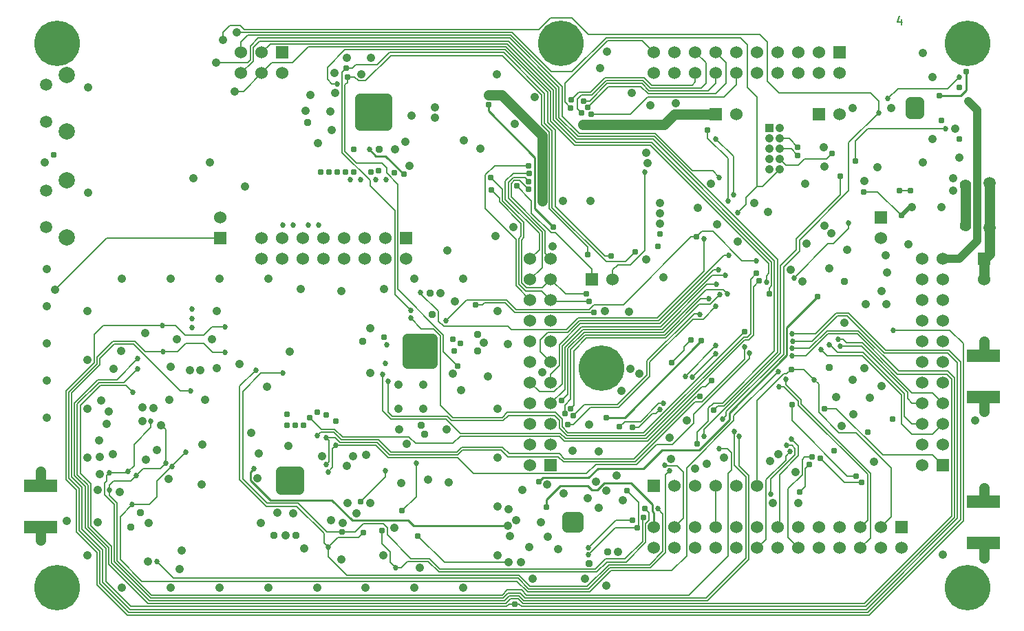
<source format=gbl>
G04 (created by PCBNEW (2013-07-24 BZR 4024)-stable) date Thu Dec 12 22:01:32 2013*
%MOIN*%
G04 Gerber Fmt 3.4, Leading zero omitted, Abs format*
%FSLAX34Y34*%
G01*
G70*
G90*
G04 APERTURE LIST*
%ADD10C,0.00590551*%
%ADD11C,0.007*%
%ADD12R,0.06X0.06*%
%ADD13C,0.06*%
%ADD14C,0.0590551*%
%ADD15C,0.0551181*%
%ADD16C,0.0787402*%
%ADD17C,0.025*%
%ADD18R,0.042X0.042*%
%ADD19C,0.042*%
%ADD20R,0.16X0.06*%
%ADD21C,0.023622*%
%ADD22C,0.0230315*%
%ADD23C,0.220472*%
%ADD24C,0.031*%
%ADD25C,0.027*%
%ADD26C,0.037*%
%ADD27C,0.008*%
%ADD28C,0.01*%
%ADD29C,0.05*%
%ADD30C,0.02*%
%ADD31C,0.04*%
G04 APERTURE END LIST*
G54D10*
G54D11*
X66099Y-39777D02*
X66099Y-40043D01*
X66004Y-39624D02*
X65909Y-39910D01*
X66156Y-39910D01*
G54D12*
X68122Y-61397D03*
G54D13*
X67122Y-61397D03*
X68122Y-60397D03*
X67122Y-60397D03*
X68122Y-59397D03*
X67122Y-59397D03*
X68122Y-58397D03*
X67122Y-58397D03*
X68122Y-57397D03*
X67122Y-57397D03*
X68122Y-56397D03*
X67122Y-56397D03*
X68122Y-55397D03*
X67122Y-55397D03*
X68122Y-54397D03*
X67122Y-54397D03*
X68122Y-53397D03*
X67122Y-53397D03*
X68122Y-52397D03*
X67122Y-52397D03*
X68122Y-51397D03*
X67122Y-51397D03*
G54D14*
X70374Y-49901D03*
X70374Y-47736D03*
G54D15*
X69204Y-49799D03*
X69204Y-47838D03*
G54D14*
X24685Y-48090D03*
X24685Y-49862D03*
G54D16*
X25665Y-50356D03*
X25665Y-47596D03*
G54D17*
X40510Y-44276D03*
X40510Y-44925D03*
X39860Y-44925D03*
X39860Y-44276D03*
X39860Y-43626D03*
X40510Y-43626D03*
X41159Y-43626D03*
X41159Y-44276D03*
X41159Y-44925D03*
X42775Y-55865D03*
X42775Y-56455D03*
X42184Y-56455D03*
X42184Y-55865D03*
X42184Y-55274D03*
X42775Y-55274D03*
X43365Y-55274D03*
X43365Y-55865D03*
X43365Y-56455D03*
G54D12*
X54122Y-62397D03*
G54D13*
X55122Y-62397D03*
X56122Y-62397D03*
X57122Y-62397D03*
X58122Y-62397D03*
X59122Y-62397D03*
G54D18*
X59709Y-45065D03*
G54D19*
X60209Y-45065D03*
X59709Y-45565D03*
X60209Y-45565D03*
X59709Y-46065D03*
X60209Y-46065D03*
X59709Y-46565D03*
X60209Y-46565D03*
X59709Y-47065D03*
X60209Y-47065D03*
G54D20*
X70066Y-56086D03*
X70066Y-58086D03*
X24422Y-64385D03*
X24422Y-62385D03*
X70066Y-63173D03*
X70066Y-65173D03*
G54D12*
X63122Y-41397D03*
G54D13*
X63122Y-42397D03*
X62122Y-41397D03*
X62122Y-42397D03*
X61122Y-41397D03*
X61122Y-42397D03*
X60122Y-41397D03*
X60122Y-42397D03*
X59122Y-41397D03*
X59122Y-42397D03*
X58122Y-41397D03*
X58122Y-42397D03*
X57122Y-41397D03*
X57122Y-42397D03*
X56122Y-41397D03*
X56122Y-42397D03*
X55122Y-41397D03*
X55122Y-42397D03*
X54122Y-41397D03*
X54122Y-42397D03*
G54D21*
X36464Y-62111D03*
X36464Y-61678D03*
X36897Y-61678D03*
X36897Y-62111D03*
X36897Y-62544D03*
X36464Y-62544D03*
X36031Y-62544D03*
X36031Y-62111D03*
X36031Y-61678D03*
X50184Y-64144D03*
X49924Y-64403D03*
X49924Y-63884D03*
X50444Y-63884D03*
X50444Y-64403D03*
G54D12*
X33122Y-50397D03*
G54D13*
X33122Y-49397D03*
G54D12*
X57122Y-44397D03*
G54D13*
X58122Y-44397D03*
G54D12*
X62122Y-44397D03*
G54D13*
X63122Y-44397D03*
G54D22*
X66744Y-44075D03*
X66547Y-44370D03*
X66940Y-44370D03*
X66940Y-43780D03*
X66547Y-43780D03*
G54D14*
X24685Y-42972D03*
X24685Y-44744D03*
G54D16*
X25665Y-45238D03*
X25665Y-42478D03*
G54D12*
X66122Y-64397D03*
G54D13*
X66122Y-65397D03*
X65122Y-64397D03*
X65122Y-65397D03*
X64122Y-64397D03*
X64122Y-65397D03*
X63122Y-64397D03*
X63122Y-65397D03*
X62122Y-64397D03*
X62122Y-65397D03*
X61122Y-64397D03*
X61122Y-65397D03*
X60122Y-64397D03*
X60122Y-65397D03*
X59122Y-64397D03*
X59122Y-65397D03*
X58122Y-64397D03*
X58122Y-65397D03*
X57122Y-64397D03*
X57122Y-65397D03*
X56122Y-64397D03*
X56122Y-65397D03*
X55122Y-64397D03*
X55122Y-65397D03*
X54122Y-64397D03*
X54122Y-65397D03*
G54D12*
X36122Y-41397D03*
G54D13*
X36122Y-42397D03*
X35122Y-41397D03*
X35122Y-42397D03*
X34122Y-41397D03*
X34122Y-42397D03*
G54D12*
X65122Y-49397D03*
G54D13*
X65122Y-50397D03*
G54D12*
X70122Y-51397D03*
G54D13*
X70122Y-52397D03*
G54D12*
X49122Y-61397D03*
G54D13*
X48122Y-61397D03*
X49122Y-60397D03*
X48122Y-60397D03*
X49122Y-59397D03*
X48122Y-59397D03*
X49122Y-58397D03*
X48122Y-58397D03*
X49122Y-57397D03*
X48122Y-57397D03*
X49122Y-56397D03*
X48122Y-56397D03*
X49122Y-55397D03*
X48122Y-55397D03*
X49122Y-54397D03*
X48122Y-54397D03*
X49122Y-53397D03*
X48122Y-53397D03*
X49122Y-52397D03*
X48122Y-52397D03*
X49122Y-51397D03*
X48122Y-51397D03*
G54D12*
X51122Y-52397D03*
G54D13*
X52122Y-52397D03*
G54D23*
X25196Y-40944D03*
G54D21*
X25196Y-40078D03*
X24330Y-40944D03*
X25196Y-41811D03*
X26062Y-40944D03*
X25807Y-40334D03*
X24586Y-40334D03*
X24586Y-41555D03*
X25807Y-41555D03*
G54D23*
X25196Y-67322D03*
G54D21*
X25196Y-66456D03*
X24330Y-67322D03*
X25196Y-68188D03*
X26062Y-67322D03*
X25807Y-66712D03*
X24586Y-66712D03*
X24586Y-67933D03*
X25807Y-67933D03*
G54D23*
X69291Y-67322D03*
G54D21*
X69291Y-66456D03*
X68425Y-67322D03*
X69291Y-68188D03*
X70157Y-67322D03*
X69901Y-66712D03*
X68681Y-66712D03*
X68681Y-67933D03*
X69901Y-67933D03*
G54D23*
X69291Y-40944D03*
G54D21*
X69291Y-40078D03*
X68425Y-40944D03*
X69291Y-41811D03*
X70157Y-40944D03*
X69901Y-40334D03*
X68681Y-40334D03*
X68681Y-41555D03*
X69901Y-41555D03*
G54D23*
X49606Y-40944D03*
G54D21*
X49606Y-40078D03*
X48740Y-40944D03*
X49606Y-41811D03*
X50472Y-40944D03*
X50216Y-40334D03*
X48996Y-40334D03*
X48996Y-41555D03*
X50216Y-41555D03*
G54D23*
X51574Y-56692D03*
G54D21*
X51574Y-55826D03*
X50708Y-56692D03*
X51574Y-57559D03*
X52440Y-56692D03*
X52185Y-56082D03*
X50964Y-56082D03*
X50964Y-57303D03*
X52185Y-57303D03*
G54D12*
X42122Y-50397D03*
G54D13*
X42122Y-51397D03*
X41122Y-50397D03*
X41122Y-51397D03*
X40122Y-50397D03*
X40122Y-51397D03*
X39122Y-50397D03*
X39122Y-51397D03*
X38122Y-50397D03*
X38122Y-51397D03*
X37122Y-50397D03*
X37122Y-51397D03*
X36122Y-50397D03*
X36122Y-51397D03*
X35122Y-50397D03*
X35122Y-51397D03*
G54D24*
X42690Y-64830D03*
X47360Y-68120D03*
G54D19*
X47082Y-66107D03*
G54D25*
X60792Y-55737D03*
X29111Y-56231D03*
X28874Y-57844D03*
X58252Y-59997D03*
X30050Y-66064D03*
X54887Y-61667D03*
X57282Y-47447D03*
G54D19*
X48702Y-48587D03*
X48700Y-45410D03*
G54D24*
X50672Y-44897D03*
G54D19*
X46100Y-43450D03*
G54D25*
X34750Y-61560D03*
G54D19*
X47052Y-64337D03*
G54D24*
X50102Y-43697D03*
X50602Y-44327D03*
X50692Y-43747D03*
X50892Y-44067D03*
X51082Y-44397D03*
X48042Y-48027D03*
X48042Y-46877D03*
X48062Y-47267D03*
X48052Y-47647D03*
X50972Y-53457D03*
X46232Y-48047D03*
X50832Y-53107D03*
X46192Y-47447D03*
G54D25*
X53662Y-47207D03*
G54D24*
X47462Y-47867D03*
X54990Y-56410D03*
X55920Y-55320D03*
X66002Y-48077D03*
X66532Y-48077D03*
G54D19*
X33232Y-40777D03*
G54D25*
X57442Y-59167D03*
X64994Y-44325D03*
G54D24*
X50082Y-44087D03*
G54D25*
X63044Y-55288D03*
X63150Y-55634D03*
X62192Y-55787D03*
X62605Y-55556D03*
G54D24*
X62042Y-53227D03*
X48542Y-62187D03*
G54D25*
X60182Y-57577D03*
X55982Y-57117D03*
X57092Y-56007D03*
X55642Y-57087D03*
X57122Y-55607D03*
X60512Y-57227D03*
G54D24*
X61782Y-61007D03*
G54D25*
X60774Y-60131D03*
X59772Y-62807D03*
X60542Y-60437D03*
X60712Y-60727D03*
G54D24*
X59692Y-53097D03*
G54D19*
X33802Y-43277D03*
G54D25*
X59572Y-52537D03*
G54D24*
X56212Y-60357D03*
X57022Y-58717D03*
G54D19*
X32892Y-41897D03*
G54D25*
X54652Y-61392D03*
G54D24*
X69250Y-42335D03*
X67934Y-43505D03*
G54D19*
X33912Y-40427D03*
G54D25*
X61882Y-57257D03*
G54D24*
X60762Y-56747D03*
G54D25*
X58186Y-49143D03*
X56352Y-54077D03*
G54D24*
X50202Y-58997D03*
G54D25*
X57742Y-51227D03*
X57252Y-51917D03*
X57132Y-52637D03*
X57322Y-53117D03*
G54D24*
X50062Y-58647D03*
X49792Y-58907D03*
G54D25*
X56764Y-53336D03*
X57122Y-53707D03*
G54D24*
X49942Y-59437D03*
G54D25*
X57562Y-52177D03*
G54D24*
X49642Y-58257D03*
G54D25*
X57662Y-53077D03*
X57959Y-48308D03*
X57122Y-45577D03*
G54D24*
X56722Y-45147D03*
G54D25*
X57691Y-48577D03*
G54D24*
X63900Y-61910D03*
X60800Y-58460D03*
X64170Y-62210D03*
X62172Y-61047D03*
X61170Y-62700D03*
X61632Y-61357D03*
X61079Y-45975D03*
X62742Y-46287D03*
X61082Y-46387D03*
X62358Y-58646D03*
G54D19*
X66592Y-48894D03*
G54D24*
X66106Y-49301D03*
X64262Y-48147D03*
G54D25*
X69324Y-43748D03*
X56545Y-59976D03*
G54D24*
X63132Y-47387D03*
G54D25*
X57282Y-60597D03*
G54D19*
X30250Y-59450D03*
G54D25*
X27744Y-62604D03*
X29035Y-61889D03*
X30464Y-61304D03*
G54D24*
X48902Y-63417D03*
G54D25*
X38765Y-42911D03*
G54D24*
X52052Y-51267D03*
X45460Y-53640D03*
X51202Y-53987D03*
G54D25*
X40335Y-46101D03*
G54D24*
X41992Y-47287D03*
X49232Y-49847D03*
X46100Y-43930D03*
G54D19*
X50770Y-66890D03*
X48240Y-66890D03*
X49192Y-50777D03*
G54D24*
X54422Y-50197D03*
G54D19*
X44094Y-50984D03*
X68922Y-46497D03*
G54D24*
X62832Y-60687D03*
X64472Y-59807D03*
G54D19*
X68052Y-48894D03*
X68622Y-48077D03*
X68622Y-47487D03*
X51032Y-48607D03*
X44160Y-62230D03*
G54D24*
X38254Y-58961D03*
G54D19*
X36488Y-55898D03*
X27342Y-58267D03*
X32244Y-60404D03*
X27165Y-64173D03*
X35064Y-64191D03*
X41009Y-65768D03*
X41785Y-59665D03*
X44065Y-59665D03*
X46555Y-65748D03*
X31802Y-47497D03*
X53052Y-43362D03*
X52960Y-56730D03*
X37827Y-45787D03*
X37252Y-44232D03*
X40412Y-41667D03*
X68122Y-65717D03*
X69672Y-59227D03*
X52382Y-65607D03*
X64322Y-47627D03*
X51432Y-60737D03*
X50182Y-60697D03*
X50982Y-59437D03*
X26722Y-48187D03*
X25680Y-64100D03*
X27165Y-62598D03*
X26673Y-56299D03*
X26673Y-58661D03*
X26673Y-61023D03*
X24420Y-61700D03*
X26673Y-65748D03*
X39050Y-64200D03*
X47047Y-55511D03*
X44881Y-67322D03*
X42519Y-67322D03*
X40157Y-67322D03*
X28346Y-67322D03*
X30708Y-67322D03*
X37795Y-67322D03*
X35433Y-67322D03*
X33070Y-67322D03*
X46062Y-57086D03*
X46555Y-53937D03*
X37007Y-52854D03*
X44881Y-52362D03*
X41043Y-52854D03*
X46555Y-63385D03*
X46555Y-58661D03*
X46555Y-61023D03*
X47070Y-63510D03*
X42519Y-52362D03*
X38976Y-52952D03*
X26673Y-53937D03*
X28346Y-52362D03*
X30708Y-52362D03*
X33070Y-52362D03*
X35433Y-52362D03*
X70122Y-65897D03*
X70122Y-62497D03*
X24722Y-53697D03*
X24722Y-51897D03*
X24722Y-59087D03*
X24722Y-57287D03*
X24722Y-55487D03*
X24622Y-46737D03*
X34312Y-47897D03*
X54932Y-61097D03*
X56672Y-61317D03*
X54412Y-49707D03*
X48952Y-62327D03*
X47742Y-62597D03*
X47452Y-64057D03*
X52532Y-57787D03*
X51732Y-53937D03*
X51802Y-67237D03*
X55172Y-43867D03*
X51292Y-62177D03*
X64790Y-61240D03*
X51822Y-62627D03*
X66442Y-50677D03*
X54412Y-49207D03*
X46442Y-50277D03*
X54862Y-60057D03*
X62358Y-49807D03*
X65327Y-51222D03*
X49484Y-65444D03*
G54D25*
X37882Y-49757D03*
G54D24*
X41532Y-47227D03*
G54D19*
X40390Y-63240D03*
X39540Y-60960D03*
X40160Y-60900D03*
X42150Y-60370D03*
X29480Y-55000D03*
X34920Y-62020D03*
X32390Y-58220D03*
X30650Y-58230D03*
X29870Y-58620D03*
G54D25*
X37380Y-49756D03*
G54D19*
X41874Y-62269D03*
X28311Y-55851D03*
X27931Y-56721D03*
X30701Y-56641D03*
X31130Y-66420D03*
X29650Y-64200D03*
X24448Y-65039D03*
X42065Y-45711D03*
X32951Y-56691D03*
G54D25*
X31751Y-54281D03*
G54D19*
X63744Y-44075D03*
G54D26*
X40015Y-55375D03*
G54D19*
X60979Y-61722D03*
X27594Y-59404D03*
G54D26*
X36764Y-64791D03*
G54D24*
X36354Y-58921D03*
G54D25*
X39900Y-47546D03*
G54D19*
X38964Y-65961D03*
X30034Y-60674D03*
G54D26*
X35714Y-64791D03*
G54D19*
X42290Y-46886D03*
X37184Y-65411D03*
X32194Y-62334D03*
G54D24*
X36354Y-59451D03*
G54D19*
X62711Y-50161D03*
X67144Y-41425D03*
X59741Y-61206D03*
X48084Y-65354D03*
X63461Y-50967D03*
X65363Y-53590D03*
X56241Y-48924D03*
X31001Y-55281D03*
X48330Y-43560D03*
G54D26*
X63348Y-52494D03*
G54D24*
X40400Y-47176D03*
G54D19*
X32951Y-53931D03*
X58165Y-50550D03*
G54D24*
X38704Y-59261D03*
X37154Y-59451D03*
G54D19*
X63206Y-59495D03*
X61297Y-52494D03*
X58964Y-48676D03*
X40365Y-56915D03*
G54D25*
X31751Y-53831D03*
G54D19*
X42769Y-66368D03*
X44475Y-53455D03*
G54D25*
X41130Y-47546D03*
G54D19*
X43505Y-44551D03*
X39225Y-41661D03*
X31651Y-56781D03*
X47360Y-44850D03*
X67144Y-46725D03*
X38635Y-42401D03*
X44775Y-57765D03*
X65398Y-52070D03*
G54D26*
X37335Y-44801D03*
G54D19*
X45875Y-55465D03*
X42925Y-58665D03*
X43160Y-62075D03*
X65151Y-52954D03*
X65151Y-57550D03*
X65594Y-44075D03*
X34964Y-60811D03*
X37485Y-43451D03*
X51850Y-41360D03*
X28254Y-62704D03*
G54D26*
X29234Y-63704D03*
X45575Y-55065D03*
X62591Y-56645D03*
G54D25*
X36650Y-49756D03*
G54D19*
X41529Y-64428D03*
G54D24*
X39560Y-47176D03*
G54D19*
X38474Y-64061D03*
X34614Y-59811D03*
X64585Y-58116D03*
X63355Y-54496D03*
X29324Y-59244D03*
X43775Y-53055D03*
X67594Y-42575D03*
X59880Y-63220D03*
X60731Y-51929D03*
G54D24*
X36754Y-59451D03*
G54D19*
X53731Y-51434D03*
G54D24*
X68894Y-45575D03*
G54D25*
X36150Y-49756D03*
G54D19*
X40365Y-54765D03*
G54D24*
X40760Y-47136D03*
X38360Y-47176D03*
G54D26*
X28774Y-64384D03*
G54D19*
X36264Y-64791D03*
G54D24*
X68044Y-44675D03*
G54D19*
X39704Y-63711D03*
G54D26*
X42855Y-59445D03*
G54D19*
X43505Y-44071D03*
X27284Y-61824D03*
G54D24*
X38760Y-47176D03*
G54D19*
X63772Y-58929D03*
G54D24*
X39160Y-47176D03*
G54D25*
X31751Y-54731D03*
G54D19*
X41725Y-58665D03*
G54D25*
X39400Y-47546D03*
G54D19*
X34048Y-56488D03*
G54D24*
X37804Y-58811D03*
G54D26*
X45585Y-55845D03*
G54D19*
X44900Y-45670D03*
G54D26*
X42995Y-59885D03*
G54D24*
X37960Y-47176D03*
G54D19*
X47669Y-66093D03*
X27244Y-60204D03*
G54D25*
X40630Y-47546D03*
G54D19*
X29494Y-61134D03*
X46500Y-42470D03*
X32151Y-56781D03*
X27284Y-60994D03*
X27894Y-60874D03*
G54D26*
X43275Y-53055D03*
G54D19*
X30604Y-62074D03*
X67594Y-45575D03*
X38054Y-60961D03*
X32701Y-55281D03*
X53800Y-46770D03*
X49710Y-48580D03*
G54D24*
X68894Y-43075D03*
G54D19*
X35388Y-57588D03*
X68694Y-45075D03*
X70122Y-58797D03*
X70122Y-55397D03*
G54D25*
X65692Y-54847D03*
X30301Y-54621D03*
X33351Y-54681D03*
X60812Y-55037D03*
X30351Y-55881D03*
X33351Y-55931D03*
X58502Y-55667D03*
X38240Y-61360D03*
X38254Y-60061D03*
X58742Y-55957D03*
X38334Y-61711D03*
X38700Y-60440D03*
G54D24*
X56332Y-58067D03*
G54D25*
X37804Y-59961D03*
G54D24*
X37452Y-59097D03*
X56912Y-57287D03*
X53662Y-63487D03*
X40952Y-64557D03*
G54D25*
X42600Y-61280D03*
G54D24*
X41922Y-63587D03*
G54D25*
X41607Y-66366D03*
X68904Y-42575D03*
X65444Y-43625D03*
G54D24*
X63862Y-46667D03*
G54D25*
X68224Y-45075D03*
X63531Y-49658D03*
X60906Y-52321D03*
G54D24*
X58522Y-54917D03*
G54D25*
X42330Y-54270D03*
X34838Y-56788D03*
G54D24*
X40052Y-64647D03*
G54D25*
X54292Y-63507D03*
X38342Y-65363D03*
G54D24*
X59062Y-52107D03*
G54D25*
X41240Y-57330D03*
X58002Y-59767D03*
X29754Y-59244D03*
X27744Y-61754D03*
X28644Y-61704D03*
X60802Y-56107D03*
X29091Y-56731D03*
X50942Y-65737D03*
G54D24*
X52442Y-59537D03*
G54D25*
X54582Y-58407D03*
G54D24*
X53292Y-64427D03*
X52792Y-62627D03*
G54D25*
X50934Y-65394D03*
G54D24*
X53082Y-64047D03*
G54D25*
X54402Y-58687D03*
G54D24*
X53072Y-59547D03*
X51792Y-59087D03*
X56410Y-55370D03*
G54D25*
X42820Y-53040D03*
X56538Y-50409D03*
G54D24*
X53223Y-51068D03*
G54D25*
X42330Y-53880D03*
G54D24*
X39212Y-42147D03*
X44602Y-56587D03*
X50912Y-51177D03*
X39268Y-42577D03*
G54D25*
X36128Y-56938D03*
G54D24*
X39020Y-64630D03*
X53622Y-63927D03*
X39892Y-63157D03*
G54D25*
X41100Y-61650D03*
G54D24*
X59222Y-52467D03*
G54D25*
X40960Y-56980D03*
X60132Y-56857D03*
X30784Y-61454D03*
X28834Y-63304D03*
X31434Y-60764D03*
X31660Y-57780D03*
X60842Y-55407D03*
G54D19*
X47142Y-64827D03*
X25122Y-52897D03*
G54D24*
X41055Y-55195D03*
G54D26*
X43385Y-54105D03*
G54D19*
X41560Y-46086D03*
X39945Y-42451D03*
X38682Y-43367D03*
X38427Y-44257D03*
X39260Y-63210D03*
X36404Y-60461D03*
X36654Y-63711D03*
G54D25*
X41105Y-56465D03*
G54D19*
X39254Y-61411D03*
X29600Y-66064D03*
G54D25*
X41175Y-55555D03*
G54D26*
X40810Y-46076D03*
G54D19*
X42925Y-57485D03*
X41725Y-57475D03*
X29344Y-58604D03*
G54D24*
X44435Y-55845D03*
G54D19*
X38515Y-45171D03*
X44375Y-56965D03*
G54D24*
X39560Y-46076D03*
G54D19*
X31250Y-65514D03*
X27704Y-58804D03*
G54D24*
X44375Y-55305D03*
X65682Y-59147D03*
X25032Y-46367D03*
G54D19*
X47300Y-49870D03*
X32602Y-46717D03*
X53392Y-56967D03*
X64367Y-53587D03*
X62942Y-58107D03*
X64932Y-46967D03*
X48722Y-56897D03*
X26722Y-43087D03*
G54D24*
X54302Y-50777D03*
G54D19*
X56112Y-61567D03*
X49734Y-62744D03*
X48652Y-64147D03*
G54D24*
X44725Y-55475D03*
G54D19*
X52918Y-53944D03*
X45700Y-46070D03*
X42362Y-44457D03*
G54D26*
X50984Y-66144D03*
G54D19*
X35864Y-63691D03*
X53950Y-43970D03*
X61110Y-63210D03*
X51432Y-63467D03*
X52612Y-63107D03*
X52322Y-61877D03*
X56872Y-47747D03*
X54412Y-48697D03*
X50910Y-63000D03*
X48980Y-64850D03*
X62362Y-46917D03*
X62342Y-45987D03*
X57514Y-61015D03*
X64302Y-56702D03*
X51500Y-42170D03*
X57167Y-49737D03*
X59635Y-49136D03*
X54579Y-52282D03*
X53750Y-46270D03*
X55711Y-59212D03*
X60130Y-60874D03*
X63737Y-57267D03*
X62622Y-51845D03*
X61509Y-50656D03*
X61438Y-47743D03*
G54D26*
X51884Y-65594D03*
G54D25*
X44025Y-54405D03*
X59070Y-51483D03*
G54D24*
X56182Y-50337D03*
G54D27*
X43967Y-66107D02*
X42690Y-64830D01*
X47082Y-66107D02*
X43967Y-66107D01*
X47707Y-68237D02*
X47590Y-68120D01*
X47360Y-68120D02*
X47590Y-68120D01*
X60792Y-55737D02*
X61634Y-55737D01*
X68682Y-57169D02*
X68682Y-63915D01*
X68350Y-56837D02*
X68682Y-57169D01*
X65958Y-56837D02*
X68350Y-56837D01*
X63998Y-54877D02*
X65958Y-56837D01*
X62494Y-54877D02*
X63998Y-54877D01*
X61634Y-55737D02*
X62494Y-54877D01*
X68682Y-63915D02*
X64360Y-68237D01*
X64360Y-68237D02*
X47707Y-68237D01*
X29111Y-56231D02*
X28095Y-57247D01*
X28787Y-68237D02*
X46990Y-68237D01*
X27559Y-67009D02*
X28787Y-68237D01*
X27559Y-65435D02*
X27559Y-67009D01*
X26559Y-64435D02*
X27559Y-65435D01*
X26559Y-62415D02*
X26559Y-64435D01*
X26049Y-61905D02*
X26559Y-62415D01*
X26049Y-58383D02*
X26049Y-61905D01*
X27186Y-57247D02*
X26049Y-58383D01*
X28095Y-57247D02*
X27186Y-57247D01*
X47360Y-68120D02*
X47107Y-68120D01*
X47107Y-68120D02*
X46990Y-68237D01*
X27302Y-57527D02*
X26330Y-58499D01*
X28557Y-57527D02*
X27302Y-57527D01*
X28874Y-57844D02*
X28557Y-57527D01*
X29672Y-67957D02*
X46874Y-67957D01*
X27839Y-66125D02*
X29672Y-67957D01*
X27839Y-65319D02*
X27839Y-66125D01*
X26840Y-64320D02*
X27839Y-65319D01*
X26840Y-62300D02*
X26840Y-64320D01*
X26330Y-61790D02*
X26840Y-62300D01*
X26330Y-58499D02*
X26330Y-61790D01*
X56710Y-67957D02*
X47823Y-67957D01*
X58712Y-65955D02*
X56710Y-67957D01*
X58252Y-59997D02*
X58252Y-61437D01*
X58252Y-61437D02*
X58712Y-61897D01*
X58712Y-61897D02*
X58712Y-65955D01*
X47111Y-67719D02*
X46874Y-67957D01*
X47585Y-67719D02*
X47111Y-67719D01*
X47823Y-67957D02*
X47585Y-67719D01*
X48055Y-67397D02*
X47527Y-66869D01*
X47527Y-66869D02*
X30855Y-66869D01*
X30855Y-66869D02*
X30050Y-66064D01*
X51984Y-66357D02*
X50944Y-67397D01*
X50944Y-67397D02*
X48055Y-67397D01*
X53950Y-66357D02*
X51984Y-66357D01*
X54682Y-65625D02*
X53950Y-66357D01*
X54682Y-61872D02*
X54682Y-65625D01*
X54887Y-61667D02*
X54682Y-61872D01*
X49660Y-44487D02*
X50500Y-45327D01*
X57282Y-47447D02*
X56966Y-47131D01*
X56966Y-47131D02*
X55988Y-47131D01*
X54184Y-45327D02*
X55988Y-47131D01*
X50500Y-45327D02*
X54184Y-45327D01*
X34442Y-40567D02*
X47183Y-40567D01*
X34442Y-40567D02*
X34122Y-40887D01*
X34122Y-40887D02*
X34122Y-41397D01*
X49660Y-43044D02*
X49660Y-44487D01*
X47183Y-40567D02*
X49660Y-43044D01*
G54D28*
X48702Y-48587D02*
X48700Y-48587D01*
G54D29*
X57122Y-44397D02*
X55122Y-44397D01*
X54622Y-44897D02*
X50672Y-44897D01*
X55122Y-44397D02*
X54622Y-44897D01*
X46740Y-43450D02*
X46100Y-43450D01*
X48700Y-45410D02*
X46740Y-43450D01*
X48700Y-48587D02*
X48700Y-45410D01*
G54D28*
X34572Y-61737D02*
X34572Y-62127D01*
X34572Y-61737D02*
X34750Y-61560D01*
X38522Y-63087D02*
X39502Y-64067D01*
X34572Y-62127D02*
X35532Y-63087D01*
X35532Y-63087D02*
X38522Y-63087D01*
X42212Y-64067D02*
X39502Y-64067D01*
X42482Y-64337D02*
X42212Y-64067D01*
X47052Y-64337D02*
X42482Y-64337D01*
G54D27*
X54006Y-42987D02*
X53646Y-42627D01*
X56122Y-42397D02*
X56122Y-42837D01*
X55972Y-42987D02*
X54006Y-42987D01*
X56122Y-42837D02*
X55972Y-42987D01*
X50472Y-43327D02*
X50102Y-43697D01*
X51038Y-43327D02*
X50472Y-43327D01*
X51738Y-42627D02*
X51038Y-43327D01*
X53646Y-42627D02*
X51738Y-42627D01*
X53948Y-43127D02*
X53588Y-42767D01*
X56122Y-41397D02*
X56632Y-41907D01*
X56392Y-43127D02*
X53948Y-43127D01*
X56632Y-42887D02*
X56392Y-43127D01*
X56632Y-41907D02*
X56632Y-42887D01*
X50412Y-44137D02*
X50602Y-44327D01*
X50412Y-43657D02*
X50412Y-44137D01*
X50602Y-43467D02*
X50412Y-43657D01*
X51096Y-43467D02*
X50602Y-43467D01*
X51796Y-42767D02*
X51096Y-43467D01*
X53588Y-42767D02*
X51796Y-42767D01*
X53890Y-43267D02*
X53530Y-42907D01*
X57122Y-42877D02*
X56732Y-43267D01*
X56732Y-43267D02*
X53890Y-43267D01*
X57122Y-42877D02*
X57122Y-42397D01*
X51014Y-43747D02*
X50692Y-43747D01*
X51854Y-42907D02*
X51014Y-43747D01*
X53530Y-42907D02*
X51854Y-42907D01*
X53832Y-43407D02*
X53472Y-43047D01*
X57622Y-41897D02*
X57622Y-42887D01*
X57622Y-42887D02*
X57102Y-43407D01*
X57102Y-43407D02*
X53832Y-43407D01*
X57622Y-41897D02*
X57122Y-41397D01*
X51912Y-43047D02*
X50892Y-44067D01*
X53472Y-43047D02*
X51912Y-43047D01*
X58122Y-42947D02*
X57522Y-43547D01*
X57522Y-43547D02*
X53812Y-43547D01*
X53812Y-43547D02*
X52962Y-44397D01*
X52962Y-44397D02*
X51082Y-44397D01*
X58122Y-42947D02*
X58122Y-42397D01*
X47622Y-47607D02*
X48042Y-48027D01*
X49122Y-51397D02*
X48842Y-51117D01*
X47352Y-47607D02*
X47622Y-47607D01*
X48842Y-51117D02*
X48842Y-50045D01*
X48842Y-50045D02*
X47202Y-48405D01*
X47202Y-48405D02*
X47202Y-47757D01*
X47202Y-47757D02*
X47352Y-47607D01*
X48122Y-53397D02*
X47432Y-52707D01*
X45932Y-48947D02*
X45932Y-47337D01*
X47432Y-50447D02*
X45932Y-48947D01*
X47432Y-52707D02*
X47432Y-50447D01*
X46392Y-46877D02*
X48042Y-46877D01*
X45932Y-47337D02*
X46392Y-46877D01*
X48562Y-50161D02*
X48562Y-50957D01*
X47296Y-47267D02*
X48062Y-47267D01*
X46922Y-48521D02*
X46922Y-47641D01*
X48562Y-50161D02*
X46922Y-48521D01*
X46922Y-47641D02*
X47296Y-47267D01*
X48562Y-50957D02*
X48122Y-51397D01*
X48122Y-52397D02*
X48702Y-51817D01*
X47294Y-47467D02*
X47872Y-47467D01*
X47872Y-47467D02*
X48052Y-47647D01*
X48702Y-50103D02*
X47062Y-48463D01*
X47062Y-48463D02*
X47062Y-47699D01*
X47062Y-47699D02*
X47294Y-47467D01*
X48702Y-51817D02*
X48702Y-50103D01*
X49182Y-53457D02*
X49122Y-53397D01*
X50972Y-53457D02*
X49182Y-53457D01*
X47572Y-50417D02*
X47682Y-50307D01*
X48672Y-52947D02*
X49122Y-53397D01*
X47894Y-52947D02*
X48672Y-52947D01*
X47572Y-52625D02*
X47894Y-52947D01*
X47572Y-52625D02*
X47572Y-50417D01*
X47682Y-50307D02*
X47682Y-49677D01*
X46642Y-48457D02*
X46232Y-48047D01*
X46642Y-48637D02*
X46642Y-48457D01*
X47682Y-49677D02*
X46642Y-48637D01*
X49832Y-53107D02*
X49122Y-52397D01*
X50832Y-53107D02*
X49832Y-53107D01*
X47712Y-52567D02*
X47712Y-50475D01*
X47952Y-52807D02*
X48712Y-52807D01*
X47952Y-52807D02*
X47712Y-52567D01*
X48712Y-52807D02*
X49122Y-52397D01*
X46782Y-48037D02*
X46192Y-47447D01*
X46782Y-48579D02*
X46782Y-48037D01*
X47822Y-49619D02*
X46782Y-48579D01*
X47822Y-50365D02*
X47822Y-49619D01*
X47712Y-50475D02*
X47822Y-50365D01*
X53662Y-47207D02*
X53662Y-50997D01*
X52122Y-51937D02*
X52122Y-52397D01*
X52382Y-51677D02*
X52122Y-51937D01*
X52982Y-51677D02*
X52382Y-51677D01*
X53662Y-50997D02*
X52982Y-51677D01*
X49352Y-50137D02*
X51122Y-51907D01*
X48189Y-49195D02*
X48189Y-48595D01*
X49132Y-50137D02*
X48189Y-49195D01*
X49352Y-50137D02*
X49132Y-50137D01*
X48189Y-48595D02*
X47462Y-47867D01*
X51122Y-51907D02*
X51122Y-52397D01*
X54990Y-56410D02*
X55570Y-55830D01*
X55570Y-55670D02*
X55920Y-55320D01*
X55570Y-55830D02*
X55570Y-55670D01*
X66532Y-48077D02*
X66002Y-48077D01*
X33232Y-40777D02*
X33232Y-40427D01*
X50946Y-40536D02*
X50130Y-39720D01*
X50130Y-39720D02*
X49100Y-39720D01*
X49100Y-39720D02*
X48532Y-40287D01*
X59241Y-40536D02*
X59612Y-40907D01*
X60172Y-43367D02*
X64602Y-43367D01*
X64602Y-43367D02*
X64994Y-43759D01*
X64994Y-44325D02*
X64994Y-43759D01*
X60172Y-43367D02*
X59612Y-42807D01*
X59612Y-42807D02*
X59612Y-40907D01*
X59241Y-40536D02*
X50946Y-40536D01*
X34262Y-40287D02*
X48532Y-40287D01*
X34072Y-40097D02*
X34262Y-40287D01*
X33562Y-40097D02*
X34072Y-40097D01*
X33232Y-40427D02*
X33562Y-40097D01*
X57442Y-59167D02*
X57622Y-58987D01*
X63556Y-45763D02*
X63556Y-48093D01*
X63556Y-48093D02*
X61161Y-50488D01*
X61161Y-50488D02*
X61161Y-51020D01*
X61161Y-51020D02*
X60396Y-51785D01*
X64994Y-44325D02*
X63556Y-45763D01*
X60396Y-56011D02*
X60396Y-51785D01*
X57622Y-58785D02*
X60396Y-56011D01*
X57622Y-58987D02*
X57622Y-58785D01*
X53541Y-40816D02*
X54122Y-41397D01*
X51873Y-40816D02*
X53541Y-40816D01*
X49800Y-42889D02*
X51873Y-40816D01*
X49800Y-43805D02*
X49800Y-42889D01*
X50082Y-44087D02*
X49800Y-43805D01*
X63044Y-55288D02*
X63270Y-55288D01*
X63270Y-55288D02*
X63454Y-55471D01*
X63454Y-55471D02*
X64196Y-55471D01*
X67622Y-57897D02*
X66622Y-57897D01*
X67622Y-57897D02*
X68122Y-58397D01*
X64196Y-55471D02*
X66622Y-57897D01*
X64160Y-55634D02*
X63150Y-55634D01*
X66392Y-57865D02*
X64160Y-55634D01*
X66392Y-58167D02*
X66392Y-57865D01*
X66622Y-58397D02*
X66392Y-58167D01*
X67122Y-58397D02*
X66622Y-58397D01*
X64217Y-56087D02*
X62491Y-56087D01*
X64217Y-56087D02*
X66112Y-57981D01*
X66112Y-57981D02*
X66112Y-59387D01*
X62491Y-56087D02*
X62192Y-55787D01*
X66112Y-59387D02*
X66622Y-59897D01*
X68122Y-59397D02*
X67622Y-59897D01*
X67622Y-59897D02*
X66622Y-59897D01*
X62605Y-55556D02*
X62648Y-55556D01*
X62648Y-55556D02*
X63015Y-55924D01*
X64252Y-55924D02*
X66252Y-57923D01*
X63015Y-55924D02*
X64252Y-55924D01*
X66252Y-57923D02*
X66252Y-59027D01*
X66252Y-59027D02*
X66622Y-59397D01*
X67122Y-59397D02*
X66622Y-59397D01*
G54D28*
X51392Y-61547D02*
X53622Y-61547D01*
X60546Y-54723D02*
X60546Y-56073D01*
X60546Y-56073D02*
X57772Y-58847D01*
X57772Y-58847D02*
X57772Y-59197D01*
X48542Y-62187D02*
X48732Y-61997D01*
X50942Y-61997D02*
X51392Y-61547D01*
X48732Y-61997D02*
X50942Y-61997D01*
X62042Y-53227D02*
X60546Y-54723D01*
X56312Y-60657D02*
X57772Y-59197D01*
X54512Y-60657D02*
X56312Y-60657D01*
X53622Y-61547D02*
X54512Y-60657D01*
G54D27*
X57092Y-56007D02*
X55982Y-57117D01*
X60412Y-57577D02*
X60182Y-57577D01*
X64122Y-64397D02*
X64462Y-64057D01*
X61112Y-58487D02*
X61112Y-58277D01*
X64462Y-61837D02*
X61112Y-58487D01*
X64462Y-64057D02*
X64462Y-61837D01*
X61112Y-58277D02*
X60412Y-57577D01*
X55642Y-57087D02*
X57122Y-55607D01*
X61252Y-58219D02*
X60512Y-57479D01*
X64602Y-64917D02*
X64602Y-61779D01*
X64602Y-61779D02*
X61252Y-58429D01*
X61252Y-58429D02*
X61252Y-58219D01*
X64122Y-65397D02*
X64602Y-64917D01*
X60512Y-57479D02*
X60512Y-57227D01*
X60622Y-62537D02*
X60622Y-64897D01*
X61122Y-65397D02*
X60622Y-64897D01*
X61300Y-61130D02*
X61300Y-61860D01*
X61300Y-61860D02*
X60622Y-62537D01*
X61422Y-61007D02*
X61300Y-61130D01*
X61782Y-61007D02*
X61422Y-61007D01*
X61113Y-60937D02*
X60202Y-61849D01*
X60202Y-64317D02*
X60122Y-64397D01*
X60202Y-61849D02*
X60202Y-64317D01*
X61113Y-60471D02*
X60774Y-60131D01*
X61113Y-60937D02*
X61113Y-60471D01*
X59772Y-62065D02*
X59772Y-62807D01*
X60951Y-60886D02*
X59772Y-62065D01*
X60951Y-60576D02*
X60951Y-60886D01*
X60812Y-60437D02*
X60951Y-60576D01*
X60542Y-60437D02*
X60812Y-60437D01*
X59532Y-64987D02*
X59122Y-65397D01*
X59532Y-62107D02*
X59532Y-64987D01*
X60497Y-61142D02*
X59532Y-62107D01*
X60497Y-60942D02*
X60497Y-61142D01*
X60712Y-60727D02*
X60497Y-60942D01*
X49240Y-44663D02*
X50324Y-45747D01*
X50324Y-45747D02*
X54010Y-45747D01*
X54010Y-45747D02*
X59816Y-51553D01*
X49240Y-44663D02*
X49240Y-43218D01*
X59692Y-53097D02*
X59692Y-52831D01*
X59692Y-52831D02*
X59816Y-52707D01*
X59816Y-51553D02*
X59816Y-52707D01*
X35122Y-41397D02*
X35532Y-40987D01*
X47009Y-40987D02*
X35532Y-40987D01*
X49240Y-43218D02*
X47009Y-40987D01*
X34242Y-43277D02*
X35122Y-42397D01*
X33802Y-43277D02*
X34242Y-43277D01*
X49100Y-44721D02*
X49100Y-43276D01*
X37382Y-41127D02*
X36612Y-41897D01*
X59676Y-52107D02*
X59676Y-51611D01*
X59572Y-52537D02*
X59572Y-52211D01*
X59572Y-52211D02*
X59676Y-52107D01*
X50266Y-45887D02*
X49100Y-44721D01*
X53952Y-45887D02*
X50266Y-45887D01*
X59676Y-51611D02*
X53952Y-45887D01*
X35622Y-41897D02*
X35122Y-42397D01*
X36612Y-41897D02*
X35622Y-41897D01*
X46951Y-41127D02*
X37382Y-41127D01*
X49100Y-43276D02*
X46951Y-41127D01*
X59956Y-51495D02*
X54068Y-45607D01*
X54068Y-45607D02*
X50382Y-45607D01*
X50382Y-45607D02*
X49380Y-44605D01*
X49380Y-44605D02*
X49380Y-43160D01*
X34702Y-41147D02*
X34702Y-41817D01*
X34702Y-41817D02*
X34122Y-42397D01*
X35002Y-40847D02*
X34702Y-41147D01*
X59956Y-55857D02*
X59956Y-51495D01*
X56212Y-60357D02*
X56212Y-59799D01*
X56212Y-59799D02*
X56752Y-59259D01*
X56752Y-59259D02*
X56752Y-58617D01*
X56752Y-58617D02*
X56991Y-58378D01*
X56991Y-58378D02*
X57435Y-58378D01*
X57435Y-58378D02*
X59956Y-55857D01*
X47067Y-40847D02*
X35002Y-40847D01*
X49380Y-43160D02*
X47067Y-40847D01*
X34424Y-41897D02*
X32892Y-41897D01*
X50440Y-45467D02*
X54126Y-45467D01*
X54126Y-45467D02*
X60096Y-51437D01*
X49520Y-44547D02*
X49520Y-43102D01*
X34944Y-40707D02*
X34562Y-41089D01*
X34562Y-41089D02*
X34562Y-41759D01*
X34562Y-41759D02*
X34424Y-41897D01*
X60096Y-55915D02*
X60096Y-51437D01*
X57493Y-58518D02*
X60096Y-55915D01*
X57221Y-58518D02*
X57493Y-58518D01*
X57022Y-58717D02*
X57221Y-58518D01*
X47125Y-40707D02*
X34944Y-40707D01*
X49520Y-43102D02*
X47125Y-40707D01*
X49520Y-44547D02*
X50440Y-45467D01*
X55122Y-64397D02*
X55552Y-63967D01*
X55552Y-61722D02*
X55552Y-63967D01*
X55242Y-61412D02*
X55552Y-61722D01*
X54672Y-61412D02*
X55242Y-61412D01*
X54652Y-61392D02*
X54672Y-61412D01*
G54D28*
X69250Y-42335D02*
X69250Y-43228D01*
X69250Y-43228D02*
X68973Y-43505D01*
X68973Y-43505D02*
X67934Y-43505D01*
G54D27*
X47241Y-40427D02*
X33912Y-40427D01*
X58291Y-40676D02*
X51815Y-40676D01*
X51815Y-40676D02*
X50153Y-42338D01*
X50153Y-42338D02*
X49151Y-42338D01*
X49151Y-42338D02*
X47241Y-40427D01*
X59102Y-47907D02*
X59102Y-43547D01*
X58632Y-43077D02*
X58632Y-41017D01*
X59102Y-43547D02*
X58632Y-43077D01*
X58632Y-41017D02*
X58291Y-40676D01*
X33912Y-40427D02*
X33912Y-40427D01*
X60762Y-56747D02*
X60549Y-56960D01*
X59122Y-58257D02*
X59122Y-62397D01*
X60419Y-56960D02*
X59122Y-58257D01*
X60549Y-56960D02*
X60419Y-56960D01*
X60762Y-56747D02*
X61372Y-56747D01*
X61372Y-56747D02*
X61882Y-57257D01*
X60209Y-47065D02*
X59367Y-47907D01*
X58582Y-48747D02*
X58186Y-49143D01*
X58582Y-48427D02*
X58582Y-48747D01*
X59102Y-47907D02*
X58582Y-48427D01*
X59367Y-47907D02*
X59102Y-47907D01*
X65622Y-61525D02*
X65622Y-63897D01*
X62092Y-57467D02*
X62092Y-58827D01*
X62092Y-58827D02*
X63082Y-59817D01*
X63082Y-59817D02*
X63914Y-59817D01*
X63914Y-59817D02*
X65622Y-61525D01*
X61882Y-57257D02*
X62092Y-57467D01*
X65622Y-63897D02*
X65122Y-64397D01*
X56066Y-54052D02*
X53780Y-56338D01*
X56326Y-54052D02*
X56352Y-54077D01*
X56066Y-54052D02*
X56326Y-54052D01*
X53780Y-57020D02*
X52350Y-58450D01*
X53780Y-56338D02*
X53780Y-57020D01*
X50749Y-58450D02*
X50202Y-58997D01*
X52350Y-58450D02*
X50749Y-58450D01*
X54335Y-54397D02*
X57505Y-51227D01*
X57505Y-51227D02*
X57742Y-51227D01*
X50498Y-54397D02*
X54335Y-54397D01*
X49936Y-54960D02*
X50498Y-54397D01*
X48969Y-54960D02*
X49936Y-54960D01*
X48969Y-54960D02*
X48620Y-55310D01*
X48620Y-55310D02*
X48620Y-55895D01*
X48620Y-55895D02*
X49122Y-56397D01*
X54393Y-54537D02*
X57013Y-51917D01*
X57013Y-51917D02*
X57252Y-51917D01*
X49529Y-56569D02*
X49529Y-55564D01*
X50556Y-54537D02*
X54393Y-54537D01*
X49529Y-55564D02*
X50556Y-54537D01*
X49122Y-56977D02*
X49529Y-56569D01*
X49122Y-56977D02*
X49122Y-57397D01*
X57132Y-52637D02*
X56689Y-52637D01*
X56689Y-52637D02*
X54509Y-54817D01*
X50672Y-54817D02*
X54509Y-54817D01*
X49810Y-55680D02*
X50672Y-54817D01*
X49810Y-57709D02*
X49810Y-55680D01*
X49122Y-58397D02*
X49810Y-57709D01*
X54682Y-55237D02*
X56315Y-53605D01*
X57322Y-53117D02*
X56834Y-53605D01*
X56834Y-53605D02*
X56315Y-53605D01*
X54682Y-55237D02*
X50846Y-55237D01*
X50230Y-55854D02*
X50230Y-58479D01*
X50846Y-55237D02*
X50230Y-55854D01*
X50230Y-58479D02*
X50062Y-58647D01*
X49792Y-58497D02*
X49792Y-58907D01*
X50090Y-58199D02*
X50090Y-55796D01*
X50090Y-58199D02*
X49792Y-58497D01*
X56386Y-53336D02*
X54624Y-55097D01*
X56764Y-53336D02*
X56386Y-53336D01*
X50788Y-55097D02*
X54624Y-55097D01*
X50090Y-55796D02*
X50788Y-55097D01*
X57122Y-53707D02*
X56510Y-54319D01*
X56510Y-54319D02*
X55997Y-54319D01*
X53920Y-56396D02*
X55997Y-54319D01*
X53920Y-57077D02*
X53920Y-56396D01*
X52407Y-58590D02*
X53920Y-57077D01*
X49942Y-59437D02*
X50202Y-59437D01*
X51049Y-58590D02*
X52407Y-58590D01*
X50202Y-59437D02*
X51049Y-58590D01*
X54451Y-54677D02*
X56951Y-52177D01*
X56951Y-52177D02*
X57562Y-52177D01*
X54451Y-54677D02*
X50614Y-54677D01*
X49670Y-55622D02*
X49670Y-57449D01*
X50614Y-54677D02*
X49670Y-55622D01*
X49670Y-57449D02*
X49282Y-57837D01*
X48562Y-57837D02*
X49282Y-57837D01*
X48122Y-57397D02*
X48562Y-57837D01*
X54567Y-54957D02*
X50730Y-54957D01*
X49950Y-57949D02*
X49642Y-58257D01*
X54567Y-54957D02*
X56647Y-52877D01*
X56647Y-52877D02*
X57462Y-52877D01*
X49950Y-55738D02*
X49950Y-57949D01*
X50730Y-54957D02*
X49950Y-55738D01*
X57462Y-52877D02*
X57662Y-53077D01*
X57959Y-48308D02*
X57959Y-46415D01*
X57959Y-46415D02*
X57122Y-45577D01*
X56722Y-45567D02*
X57691Y-46536D01*
X56722Y-45147D02*
X56722Y-45567D01*
X57691Y-48577D02*
X57691Y-46536D01*
X63470Y-61910D02*
X63900Y-61910D01*
X60800Y-59240D02*
X63470Y-61910D01*
X60800Y-58460D02*
X60800Y-59240D01*
X63334Y-62210D02*
X64170Y-62210D01*
X62172Y-61047D02*
X63334Y-62210D01*
X61440Y-62429D02*
X61170Y-62700D01*
X61440Y-61549D02*
X61440Y-62429D01*
X61632Y-61357D02*
X61440Y-61549D01*
X60669Y-45565D02*
X60209Y-45565D01*
X61079Y-45975D02*
X60669Y-45565D01*
X62742Y-46287D02*
X62462Y-46567D01*
X62462Y-46567D02*
X61402Y-46567D01*
X61402Y-46567D02*
X61112Y-46857D01*
X61112Y-46857D02*
X60501Y-46857D01*
X60209Y-46565D02*
X60501Y-46857D01*
X60760Y-46065D02*
X61082Y-46387D01*
X60209Y-46065D02*
X60760Y-46065D01*
X57122Y-62397D02*
X57122Y-64397D01*
G54D29*
X70122Y-51397D02*
X70122Y-52397D01*
X70374Y-49901D02*
X70374Y-51145D01*
X70374Y-51145D02*
X70122Y-51397D01*
X69204Y-47838D02*
X69204Y-49799D01*
X70374Y-49901D02*
X70374Y-47736D01*
G54D27*
X62358Y-58646D02*
X62941Y-58646D01*
X67622Y-60897D02*
X68122Y-61397D01*
X65192Y-60897D02*
X67622Y-60897D01*
X62941Y-58646D02*
X65192Y-60897D01*
G54D30*
X66592Y-48894D02*
X66513Y-48894D01*
X66513Y-48894D02*
X66106Y-49301D01*
G54D27*
X66106Y-49301D02*
X64952Y-48147D01*
X64952Y-48147D02*
X64262Y-48147D01*
G54D31*
X68122Y-51397D02*
X68897Y-51397D01*
X69783Y-44208D02*
X69324Y-43748D01*
X69783Y-50511D02*
X69783Y-44208D01*
X68897Y-51397D02*
X69783Y-50511D01*
G54D27*
X60236Y-51719D02*
X60236Y-55973D01*
X61001Y-50422D02*
X61001Y-50954D01*
X61001Y-50954D02*
X60236Y-51719D01*
X56545Y-59976D02*
X56545Y-59663D01*
X60236Y-55973D02*
X56545Y-59663D01*
X63132Y-48291D02*
X61001Y-50422D01*
X63132Y-47387D02*
X63132Y-48291D01*
X27744Y-62604D02*
X27744Y-62864D01*
X47939Y-67677D02*
X47701Y-67439D01*
X47701Y-67439D02*
X46995Y-67439D01*
X46995Y-67439D02*
X46758Y-67677D01*
X57692Y-61807D02*
X57692Y-65797D01*
X57862Y-61637D02*
X57692Y-61807D01*
X57862Y-60787D02*
X57862Y-61637D01*
X57672Y-60597D02*
X57862Y-60787D01*
X57282Y-60597D02*
X57672Y-60597D01*
X57692Y-65797D02*
X55812Y-67677D01*
X55812Y-67677D02*
X47939Y-67677D01*
X29787Y-67677D02*
X46758Y-67677D01*
X28119Y-66009D02*
X29787Y-67677D01*
X28119Y-63239D02*
X28119Y-66009D01*
X27744Y-62864D02*
X28119Y-63239D01*
X30464Y-59664D02*
X30250Y-59450D01*
X30464Y-59664D02*
X30464Y-61304D01*
X27744Y-62604D02*
X27744Y-62373D01*
X28759Y-62165D02*
X29035Y-61889D01*
X27952Y-62165D02*
X28759Y-62165D01*
X27744Y-62373D02*
X27952Y-62165D01*
X30214Y-61555D02*
X30464Y-61304D01*
X29370Y-61555D02*
X30214Y-61555D01*
X29035Y-61889D02*
X29370Y-61555D01*
G54D28*
X54122Y-63707D02*
X54122Y-64397D01*
X54042Y-63627D02*
X54122Y-63707D01*
X54042Y-63307D02*
X54042Y-63627D01*
X53002Y-62267D02*
X54042Y-63307D01*
X51702Y-62267D02*
X53002Y-62267D01*
X51372Y-62597D02*
X51702Y-62267D01*
X51102Y-62597D02*
X51372Y-62597D01*
X50892Y-62387D02*
X51102Y-62597D01*
X49562Y-62387D02*
X50892Y-62387D01*
X48902Y-63047D02*
X49562Y-62387D01*
X48902Y-63417D02*
X48902Y-63047D01*
G54D27*
X46893Y-41267D02*
X48960Y-43334D01*
X48960Y-43334D02*
X48960Y-44779D01*
X39152Y-41267D02*
X38304Y-42115D01*
X38765Y-42911D02*
X38523Y-42911D01*
X38523Y-42911D02*
X38304Y-42691D01*
X38304Y-42691D02*
X38304Y-42115D01*
X48960Y-44779D02*
X49330Y-45149D01*
X49330Y-45149D02*
X49330Y-48858D01*
X51739Y-51267D02*
X49330Y-48858D01*
X52052Y-51267D02*
X51739Y-51267D01*
X39152Y-41267D02*
X46893Y-41267D01*
X47379Y-53987D02*
X51202Y-53987D01*
X45460Y-53640D02*
X45800Y-53640D01*
X45800Y-53640D02*
X45920Y-53520D01*
X45920Y-53520D02*
X46912Y-53520D01*
X46912Y-53520D02*
X47379Y-53987D01*
G54D28*
X40335Y-46101D02*
X40651Y-46417D01*
X41122Y-46417D02*
X40651Y-46417D01*
X41992Y-47287D02*
X41122Y-46417D01*
X49232Y-49847D02*
X48339Y-48955D01*
X48339Y-46475D02*
X46100Y-44235D01*
X48339Y-48955D02*
X48339Y-46475D01*
X46100Y-44235D02*
X46100Y-43930D01*
G54D29*
X24422Y-61702D02*
X24420Y-61700D01*
X24422Y-62385D02*
X24422Y-61702D01*
X70122Y-65229D02*
X70122Y-65897D01*
G54D30*
X70122Y-65229D02*
X70066Y-65173D01*
X70066Y-63173D02*
X70122Y-63117D01*
G54D29*
X70122Y-63117D02*
X70122Y-62497D01*
G54D30*
X24422Y-65012D02*
X24448Y-65039D01*
G54D29*
X24422Y-65012D02*
X24422Y-64385D01*
X36031Y-62544D02*
X36031Y-61678D01*
X41160Y-44926D02*
X39860Y-44926D01*
X49923Y-63883D02*
X49923Y-64405D01*
X66547Y-43780D02*
X66941Y-43780D01*
X36031Y-61678D02*
X36897Y-61678D01*
X43369Y-56459D02*
X42181Y-55271D01*
X36897Y-62544D02*
X36031Y-62544D01*
X43369Y-55271D02*
X43369Y-56459D01*
X66941Y-44370D02*
X66547Y-44370D01*
X41160Y-44276D02*
X39860Y-44276D01*
X43369Y-56459D02*
X42181Y-56459D01*
X41160Y-43626D02*
X41160Y-44926D01*
X50445Y-64405D02*
X49923Y-64405D01*
X41160Y-44926D02*
X39860Y-43626D01*
X36897Y-61678D02*
X36897Y-62544D01*
X66547Y-44370D02*
X66547Y-43780D01*
X42181Y-56459D02*
X42181Y-55271D01*
X42181Y-55271D02*
X43369Y-55271D01*
X49923Y-63883D02*
X50445Y-63883D01*
X49923Y-64405D02*
X50445Y-63883D01*
X43369Y-55271D02*
X42181Y-56459D01*
X39860Y-43626D02*
X41160Y-43626D01*
X36897Y-61678D02*
X36031Y-62544D01*
X66941Y-43780D02*
X66941Y-44370D01*
X50445Y-63883D02*
X50445Y-64405D01*
X36031Y-61678D02*
X36897Y-62544D01*
X41160Y-43626D02*
X39860Y-44926D01*
X39860Y-44926D02*
X39860Y-43626D01*
X40510Y-44926D02*
X40510Y-43626D01*
X70122Y-58142D02*
X70122Y-58797D01*
G54D30*
X70122Y-58142D02*
X70066Y-58086D01*
X70066Y-56086D02*
X70122Y-56030D01*
G54D29*
X70122Y-56030D02*
X70122Y-55397D01*
G54D27*
X30301Y-54621D02*
X27428Y-54621D01*
X28613Y-68657D02*
X27139Y-67183D01*
X27139Y-67183D02*
X27139Y-65609D01*
X27139Y-65609D02*
X26139Y-64609D01*
X26139Y-64609D02*
X26139Y-62589D01*
X26139Y-62589D02*
X25629Y-62079D01*
X69102Y-55507D02*
X69102Y-64089D01*
X65692Y-54847D02*
X68442Y-54847D01*
X68442Y-54847D02*
X69102Y-55507D01*
X64534Y-68657D02*
X69102Y-64089D01*
X64534Y-68657D02*
X28613Y-68657D01*
X25629Y-57789D02*
X25629Y-62079D01*
X27002Y-56417D02*
X25629Y-57789D01*
X27002Y-55047D02*
X27002Y-56417D01*
X27428Y-54621D02*
X27002Y-55047D01*
X31401Y-55081D02*
X30941Y-54621D01*
X32301Y-55081D02*
X32701Y-54681D01*
X31401Y-55081D02*
X32301Y-55081D01*
X33351Y-54681D02*
X32701Y-54681D01*
X30941Y-54621D02*
X30301Y-54621D01*
X28974Y-55379D02*
X27919Y-55379D01*
X29475Y-55881D02*
X28974Y-55379D01*
X30351Y-55881D02*
X29475Y-55881D01*
X25769Y-57847D02*
X27142Y-56475D01*
X27142Y-56475D02*
X27142Y-56157D01*
X25769Y-62021D02*
X26279Y-62531D01*
X26279Y-62531D02*
X26279Y-64551D01*
X26279Y-64551D02*
X27279Y-65551D01*
X27279Y-65551D02*
X27279Y-67125D01*
X27279Y-67125D02*
X28671Y-68517D01*
X28671Y-68517D02*
X64476Y-68517D01*
X68962Y-64031D02*
X64476Y-68517D01*
X60812Y-55037D02*
X61938Y-55037D01*
X68962Y-56379D02*
X68962Y-64031D01*
X68400Y-55817D02*
X68962Y-56379D01*
X65334Y-55817D02*
X68400Y-55817D01*
X63544Y-54027D02*
X65334Y-55817D01*
X62948Y-54027D02*
X63544Y-54027D01*
X61938Y-55037D02*
X62948Y-54027D01*
X25769Y-62021D02*
X25769Y-57847D01*
X27919Y-55379D02*
X27142Y-56157D01*
X32301Y-55481D02*
X31451Y-55481D01*
X33351Y-55931D02*
X32751Y-55931D01*
X31051Y-55881D02*
X30351Y-55881D01*
X32751Y-55931D02*
X32301Y-55481D01*
X31451Y-55481D02*
X31051Y-55881D01*
X46720Y-60660D02*
X44857Y-60660D01*
X38254Y-60061D02*
X38673Y-60061D01*
X40712Y-60299D02*
X41310Y-60897D01*
X38912Y-60299D02*
X40712Y-60299D01*
X38673Y-60061D02*
X38912Y-60299D01*
X47037Y-60977D02*
X46720Y-60660D01*
X49732Y-61227D02*
X53202Y-61227D01*
X49482Y-60977D02*
X49732Y-61227D01*
X56102Y-58327D02*
X56442Y-58327D01*
X53202Y-61227D02*
X56102Y-58327D01*
X58502Y-56267D02*
X56442Y-58327D01*
X58502Y-55667D02*
X58502Y-56267D01*
X49482Y-60977D02*
X47037Y-60977D01*
X44620Y-60897D02*
X41310Y-60897D01*
X44857Y-60660D02*
X44620Y-60897D01*
X38240Y-61360D02*
X38384Y-61215D01*
X38384Y-61215D02*
X38384Y-60191D01*
X38384Y-60191D02*
X38254Y-60061D01*
X50852Y-61807D02*
X45370Y-61807D01*
X38700Y-60440D02*
X40654Y-60440D01*
X40654Y-60440D02*
X41252Y-61037D01*
X50852Y-61807D02*
X51292Y-61367D01*
X58742Y-55957D02*
X58742Y-56225D01*
X58742Y-56225D02*
X56042Y-58925D01*
X56042Y-58925D02*
X56042Y-59347D01*
X56042Y-59347D02*
X55012Y-60377D01*
X55012Y-60377D02*
X54249Y-60377D01*
X54249Y-60377D02*
X53259Y-61367D01*
X53259Y-61367D02*
X51292Y-61367D01*
X44600Y-61037D02*
X41252Y-61037D01*
X45370Y-61807D02*
X44600Y-61037D01*
X38544Y-61501D02*
X38544Y-60595D01*
X38334Y-61711D02*
X38544Y-61501D01*
X38544Y-60595D02*
X38700Y-60440D01*
X49540Y-60837D02*
X47095Y-60837D01*
X53144Y-61087D02*
X56164Y-58067D01*
X56164Y-58067D02*
X56332Y-58067D01*
X37978Y-59787D02*
X37804Y-59961D01*
X40770Y-60159D02*
X41368Y-60757D01*
X38970Y-60159D02*
X40770Y-60159D01*
X38597Y-59787D02*
X38970Y-60159D01*
X37978Y-59787D02*
X38597Y-59787D01*
X49540Y-60837D02*
X49790Y-61087D01*
X49790Y-61087D02*
X53144Y-61087D01*
X44562Y-60757D02*
X41368Y-60757D01*
X44800Y-60519D02*
X44562Y-60757D01*
X46777Y-60519D02*
X44800Y-60519D01*
X47095Y-60837D02*
X46777Y-60519D01*
X53796Y-60237D02*
X56456Y-57577D01*
X49528Y-59987D02*
X49778Y-60237D01*
X49778Y-60237D02*
X53796Y-60237D01*
X42254Y-60019D02*
X42574Y-60340D01*
X39028Y-60019D02*
X42254Y-60019D01*
X38655Y-59647D02*
X39028Y-60019D01*
X38002Y-59647D02*
X38655Y-59647D01*
X38002Y-59647D02*
X37452Y-59097D01*
X44387Y-60340D02*
X44740Y-59987D01*
X42574Y-60340D02*
X44387Y-60340D01*
X44740Y-59987D02*
X49528Y-59987D01*
X56622Y-57577D02*
X56912Y-57287D01*
X56456Y-57577D02*
X56622Y-57577D01*
X41863Y-66366D02*
X42179Y-66050D01*
X42179Y-66050D02*
X43180Y-66050D01*
X53712Y-65135D02*
X53712Y-64217D01*
X52770Y-66077D02*
X53712Y-65135D01*
X51840Y-66077D02*
X52770Y-66077D01*
X51840Y-66077D02*
X51347Y-66570D01*
X51347Y-66570D02*
X43700Y-66570D01*
X43700Y-66570D02*
X43180Y-66050D01*
X53882Y-64047D02*
X53882Y-63707D01*
X53712Y-64217D02*
X53882Y-64047D01*
X41863Y-66366D02*
X41607Y-66366D01*
X53662Y-63487D02*
X53882Y-63707D01*
X40952Y-65202D02*
X41349Y-65599D01*
X41349Y-65599D02*
X41349Y-66108D01*
X41607Y-66366D02*
X41349Y-66108D01*
X40952Y-64557D02*
X40952Y-65202D01*
X42600Y-61280D02*
X42600Y-62909D01*
X42600Y-62909D02*
X41922Y-63587D01*
X68904Y-42575D02*
X68334Y-43145D01*
X65924Y-43145D02*
X65444Y-43625D01*
X68334Y-43145D02*
X65924Y-43145D01*
X63862Y-45683D02*
X64470Y-45075D01*
X63862Y-46667D02*
X63862Y-45683D01*
X68224Y-45075D02*
X64470Y-45075D01*
X60906Y-52321D02*
X62555Y-50672D01*
X63531Y-49940D02*
X63531Y-49658D01*
X62799Y-50672D02*
X63531Y-49940D01*
X62555Y-50672D02*
X62799Y-50672D01*
X49675Y-59540D02*
X49952Y-59817D01*
X49952Y-59817D02*
X53622Y-59817D01*
X53622Y-59817D02*
X58522Y-54917D01*
X47022Y-58837D02*
X46760Y-59100D01*
X46760Y-59100D02*
X44380Y-59100D01*
X44380Y-59100D02*
X43782Y-58501D01*
X49350Y-58837D02*
X49675Y-59162D01*
X42330Y-54270D02*
X42857Y-54797D01*
X43442Y-54797D02*
X43782Y-55137D01*
X42857Y-54797D02*
X43442Y-54797D01*
X43782Y-55137D02*
X43782Y-58501D01*
X49350Y-58837D02*
X47022Y-58837D01*
X49675Y-59162D02*
X49675Y-59540D01*
X38142Y-65162D02*
X38342Y-65363D01*
X38142Y-64699D02*
X38142Y-65162D01*
X36820Y-63377D02*
X38142Y-64699D01*
X36820Y-63377D02*
X35329Y-63377D01*
X35329Y-63377D02*
X34052Y-62100D01*
X34052Y-62100D02*
X34052Y-57574D01*
X34838Y-56788D02*
X34052Y-57574D01*
X38342Y-65363D02*
X38818Y-64887D01*
X39812Y-64887D02*
X38818Y-64887D01*
X40052Y-64647D02*
X39812Y-64887D01*
X51926Y-66217D02*
X53892Y-66217D01*
X48113Y-67257D02*
X47585Y-66729D01*
X47585Y-66729D02*
X39249Y-66729D01*
X39249Y-66729D02*
X38342Y-65822D01*
X38342Y-65822D02*
X38342Y-65363D01*
X51926Y-66217D02*
X50886Y-67257D01*
X50886Y-67257D02*
X48113Y-67257D01*
X54542Y-63757D02*
X54292Y-63507D01*
X54542Y-65567D02*
X54542Y-63757D01*
X53892Y-66217D02*
X54542Y-65567D01*
X49535Y-59220D02*
X49535Y-59598D01*
X49292Y-58977D02*
X47080Y-58977D01*
X59062Y-52107D02*
X58792Y-52377D01*
X58792Y-52377D02*
X58792Y-55027D01*
X49292Y-58977D02*
X49535Y-59220D01*
X41240Y-58827D02*
X41430Y-59017D01*
X41430Y-59017D02*
X44100Y-59017D01*
X41240Y-57330D02*
X41240Y-58827D01*
X58642Y-55177D02*
X58792Y-55027D01*
X58460Y-55177D02*
X58642Y-55177D01*
X44322Y-59240D02*
X44100Y-59017D01*
X46817Y-59240D02*
X44322Y-59240D01*
X47080Y-58977D02*
X46817Y-59240D01*
X53680Y-59957D02*
X58460Y-55177D01*
X49894Y-59957D02*
X53680Y-59957D01*
X49535Y-59598D02*
X49894Y-59957D01*
X27600Y-62170D02*
X27500Y-62270D01*
X58572Y-65897D02*
X56652Y-67817D01*
X58002Y-59767D02*
X58002Y-61385D01*
X58002Y-61385D02*
X58572Y-61955D01*
X58572Y-61955D02*
X58572Y-65897D01*
X47053Y-67579D02*
X46816Y-67817D01*
X47643Y-67579D02*
X47053Y-67579D01*
X47881Y-67817D02*
X47643Y-67579D01*
X56652Y-67817D02*
X47881Y-67817D01*
X27600Y-61899D02*
X27600Y-62170D01*
X27979Y-63297D02*
X27979Y-66067D01*
X27979Y-66067D02*
X29729Y-67817D01*
X29729Y-67817D02*
X46816Y-67817D01*
X27600Y-61899D02*
X27744Y-61754D01*
X27500Y-62817D02*
X27979Y-63297D01*
X27500Y-62270D02*
X27500Y-62817D01*
X28644Y-61704D02*
X28940Y-61409D01*
X29754Y-59564D02*
X29754Y-59244D01*
X28940Y-60379D02*
X29754Y-59564D01*
X28940Y-61409D02*
X28940Y-60379D01*
X28644Y-61704D02*
X28594Y-61754D01*
X28594Y-61754D02*
X27744Y-61754D01*
X60802Y-56107D02*
X61462Y-56107D01*
X68542Y-57227D02*
X68542Y-63857D01*
X68292Y-56977D02*
X68542Y-57227D01*
X65900Y-56977D02*
X68292Y-56977D01*
X63960Y-55037D02*
X65900Y-56977D01*
X62532Y-55037D02*
X63960Y-55037D01*
X61462Y-56107D02*
X62532Y-55037D01*
X68542Y-63857D02*
X64302Y-68097D01*
X47169Y-67860D02*
X46932Y-68097D01*
X47527Y-67860D02*
X47169Y-67860D01*
X47765Y-68097D02*
X47527Y-67860D01*
X64302Y-68097D02*
X47765Y-68097D01*
X28435Y-57387D02*
X27244Y-57387D01*
X27244Y-57387D02*
X26189Y-58441D01*
X26189Y-58441D02*
X26189Y-61847D01*
X26189Y-61847D02*
X26699Y-62357D01*
X26699Y-62357D02*
X26699Y-64377D01*
X26699Y-64377D02*
X27699Y-65377D01*
X27699Y-65377D02*
X27699Y-66183D01*
X27699Y-66183D02*
X29614Y-68097D01*
X29614Y-68097D02*
X46932Y-68097D01*
X28435Y-57387D02*
X29091Y-56731D01*
X53292Y-64427D02*
X52252Y-64427D01*
X52252Y-64427D02*
X50942Y-65737D01*
X53462Y-59277D02*
X52702Y-59277D01*
X52702Y-59277D02*
X52442Y-59537D01*
X54582Y-58407D02*
X54332Y-58407D01*
X54332Y-58407D02*
X53462Y-59277D01*
X53362Y-63197D02*
X53362Y-64357D01*
X52792Y-62627D02*
X53362Y-63197D01*
X53362Y-64357D02*
X53292Y-64427D01*
X53082Y-64047D02*
X52281Y-64047D01*
X52281Y-64047D02*
X50934Y-65394D01*
X54202Y-58887D02*
X54050Y-58887D01*
X54202Y-58887D02*
X54402Y-58687D01*
X53390Y-59547D02*
X53072Y-59547D01*
X54050Y-58887D02*
X53390Y-59547D01*
G54D28*
X52692Y-59087D02*
X56409Y-55370D01*
X51792Y-59087D02*
X52692Y-59087D01*
X56409Y-55370D02*
X56410Y-55370D01*
G54D27*
X54277Y-54257D02*
X50440Y-54257D01*
X43670Y-54410D02*
X43930Y-54670D01*
X43930Y-54670D02*
X47050Y-54670D01*
X47050Y-54670D02*
X47200Y-54820D01*
X42820Y-53089D02*
X42820Y-53040D01*
X42820Y-53089D02*
X43670Y-53939D01*
X54277Y-54257D02*
X56538Y-51996D01*
X56538Y-51996D02*
X56538Y-50409D01*
X43670Y-53939D02*
X43670Y-54410D01*
X49878Y-54820D02*
X47200Y-54820D01*
X50440Y-54257D02*
X49878Y-54820D01*
X46835Y-41407D02*
X41304Y-41407D01*
X41304Y-41407D02*
X40714Y-41997D01*
X48820Y-44837D02*
X48820Y-43392D01*
X48820Y-44837D02*
X49190Y-45207D01*
X49190Y-45207D02*
X49190Y-48916D01*
X52754Y-51537D02*
X53223Y-51068D01*
X51811Y-51537D02*
X52754Y-51537D01*
X49190Y-48916D02*
X51811Y-51537D01*
X39212Y-42147D02*
X39522Y-42147D01*
X39522Y-42147D02*
X39672Y-41997D01*
X39672Y-41997D02*
X40714Y-41997D01*
X48820Y-43392D02*
X46835Y-41407D01*
X39012Y-46247D02*
X40360Y-47595D01*
X39012Y-46247D02*
X39012Y-42347D01*
X39212Y-42147D02*
X39012Y-42347D01*
X41560Y-53110D02*
X42330Y-53880D01*
X41560Y-49070D02*
X41560Y-53110D01*
X40360Y-47870D02*
X41560Y-49070D01*
X40360Y-47595D02*
X40360Y-47870D01*
X43922Y-55079D02*
X41700Y-52857D01*
X39268Y-42851D02*
X39152Y-42967D01*
X39152Y-42967D02*
X39152Y-46189D01*
X39720Y-46757D02*
X40942Y-46757D01*
X44602Y-56587D02*
X43922Y-55907D01*
X43922Y-55907D02*
X43922Y-55079D01*
X39720Y-46757D02*
X39152Y-46189D01*
X41162Y-46977D02*
X41162Y-47237D01*
X40942Y-46757D02*
X41162Y-46977D01*
X39268Y-42851D02*
X39268Y-42577D01*
X41700Y-47775D02*
X41162Y-47237D01*
X41700Y-52857D02*
X41700Y-47775D01*
X49050Y-45265D02*
X49050Y-48974D01*
X40136Y-42773D02*
X41362Y-41547D01*
X50912Y-51177D02*
X50912Y-50836D01*
X50912Y-50836D02*
X49050Y-48974D01*
X39614Y-42577D02*
X39810Y-42773D01*
X39614Y-42577D02*
X39268Y-42577D01*
X40136Y-42773D02*
X39810Y-42773D01*
X48680Y-44895D02*
X48680Y-43450D01*
X46777Y-41547D02*
X48680Y-43450D01*
X41362Y-41547D02*
X46777Y-41547D01*
X48680Y-44895D02*
X49050Y-45265D01*
X38270Y-64630D02*
X39020Y-64630D01*
X36878Y-63237D02*
X38270Y-64630D01*
X34192Y-62042D02*
X35387Y-63237D01*
X35387Y-63237D02*
X36878Y-63237D01*
X36128Y-56938D02*
X35070Y-56938D01*
X35070Y-56938D02*
X34192Y-57817D01*
X34192Y-57817D02*
X34192Y-62042D01*
X53572Y-65077D02*
X53572Y-63977D01*
X53572Y-65077D02*
X52712Y-65937D01*
X51782Y-65937D02*
X52712Y-65937D01*
X43237Y-65909D02*
X42349Y-65909D01*
X42349Y-65909D02*
X41210Y-64770D01*
X51782Y-65937D02*
X51289Y-66429D01*
X51289Y-66429D02*
X43757Y-66429D01*
X39630Y-64630D02*
X39020Y-64630D01*
X41210Y-64430D02*
X41210Y-64770D01*
X40997Y-64217D02*
X41210Y-64430D01*
X40042Y-64217D02*
X40997Y-64217D01*
X39630Y-64630D02*
X40042Y-64217D01*
X43757Y-66429D02*
X43237Y-65909D01*
X53572Y-63977D02*
X53622Y-63927D01*
X41100Y-61650D02*
X41100Y-61949D01*
X41100Y-61949D02*
X39892Y-63157D01*
X44732Y-59847D02*
X49586Y-59847D01*
X58932Y-52757D02*
X59222Y-52467D01*
X58518Y-55317D02*
X58700Y-55317D01*
X58700Y-55317D02*
X58932Y-55085D01*
X58932Y-55085D02*
X58932Y-52757D01*
X40960Y-56980D02*
X40960Y-58745D01*
X41372Y-59157D02*
X44042Y-59157D01*
X40960Y-58745D02*
X41372Y-59157D01*
X44732Y-59847D02*
X44042Y-59157D01*
X53738Y-60097D02*
X58518Y-55317D01*
X49836Y-60097D02*
X53738Y-60097D01*
X49586Y-59847D02*
X49836Y-60097D01*
X52042Y-66497D02*
X54972Y-66497D01*
X29318Y-67010D02*
X28260Y-65951D01*
X51002Y-67537D02*
X47997Y-67537D01*
X52042Y-66497D02*
X51002Y-67537D01*
X60132Y-56857D02*
X57982Y-59007D01*
X47997Y-67537D02*
X47469Y-67010D01*
X47469Y-67010D02*
X29318Y-67010D01*
X28260Y-63879D02*
X28834Y-63304D01*
X28260Y-65951D02*
X28260Y-63879D01*
X57982Y-59237D02*
X57982Y-59007D01*
X55692Y-61527D02*
X57982Y-59237D01*
X55692Y-65777D02*
X55692Y-61527D01*
X54972Y-66497D02*
X55692Y-65777D01*
X28834Y-63304D02*
X29664Y-63304D01*
X30784Y-61414D02*
X30784Y-61454D01*
X30054Y-62144D02*
X30744Y-61454D01*
X29664Y-63304D02*
X30054Y-62914D01*
X30054Y-62914D02*
X30054Y-62144D01*
X31434Y-60764D02*
X30784Y-61414D01*
X30744Y-61454D02*
X30784Y-61454D01*
X27282Y-56215D02*
X27977Y-55520D01*
X31660Y-57780D02*
X31176Y-57780D01*
X31176Y-57780D02*
X28916Y-55520D01*
X25909Y-57905D02*
X27282Y-56533D01*
X27282Y-56533D02*
X27282Y-56215D01*
X27419Y-67067D02*
X28729Y-68377D01*
X27419Y-65493D02*
X27419Y-67067D01*
X26419Y-64493D02*
X27419Y-65493D01*
X26419Y-62473D02*
X26419Y-64493D01*
X25909Y-61963D02*
X26419Y-62473D01*
X68822Y-63973D02*
X64418Y-68377D01*
X60842Y-55407D02*
X61766Y-55407D01*
X68822Y-56437D02*
X68822Y-63973D01*
X68342Y-55957D02*
X68822Y-56437D01*
X65276Y-55957D02*
X68342Y-55957D01*
X63486Y-54167D02*
X65276Y-55957D01*
X63006Y-54167D02*
X63486Y-54167D01*
X61766Y-55407D02*
X63006Y-54167D01*
X28729Y-68377D02*
X64418Y-68377D01*
X25909Y-61963D02*
X25909Y-57905D01*
X27977Y-55520D02*
X28916Y-55520D01*
X25122Y-52897D02*
X27622Y-50397D01*
X27622Y-50397D02*
X33122Y-50397D01*
X47437Y-53847D02*
X50962Y-53847D01*
X56182Y-50337D02*
X55910Y-50337D01*
X47437Y-53847D02*
X46970Y-53380D01*
X46970Y-53380D02*
X45050Y-53380D01*
X45050Y-53380D02*
X44025Y-54405D01*
X52630Y-53617D02*
X55910Y-50337D01*
X51192Y-53617D02*
X52630Y-53617D01*
X50962Y-53847D02*
X51192Y-53617D01*
X56182Y-50337D02*
X56452Y-50067D01*
X56972Y-50067D02*
X58388Y-51483D01*
X58388Y-51483D02*
X59070Y-51483D01*
X56452Y-50067D02*
X56972Y-50067D01*
M02*

</source>
